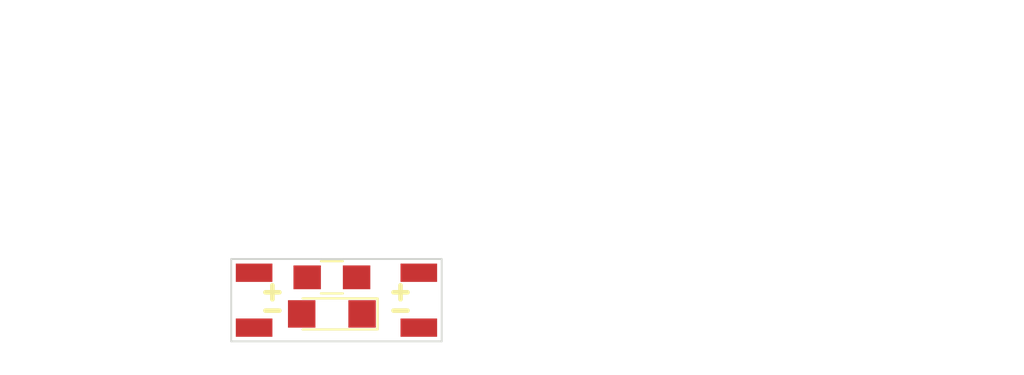
<source format=kicad_pcb>
(kicad_pcb (version 4) (host pcbnew 4.0.6)

  (general
    (links 5)
    (no_connects 5)
    (area 146.449999 74.699999 158.050001 79.300001)
    (thickness 1.6)
    (drawings 29)
    (tracks 0)
    (zones 0)
    (modules 6)
    (nets 4)
  )

  (page A4)
  (layers
    (0 F.Cu signal)
    (31 B.Cu signal)
    (32 B.Adhes user)
    (33 F.Adhes user)
    (34 B.Paste user)
    (35 F.Paste user)
    (36 B.SilkS user)
    (37 F.SilkS user)
    (38 B.Mask user)
    (39 F.Mask user)
    (40 Dwgs.User user)
    (41 Cmts.User user)
    (42 Eco1.User user)
    (43 Eco2.User user hide)
    (44 Edge.Cuts user)
    (45 Margin user)
    (46 B.CrtYd user hide)
    (47 F.CrtYd user)
    (48 B.Fab user)
    (49 F.Fab user hide)
  )

  (setup
    (last_trace_width 0.25)
    (user_trace_width 0.254)
    (user_trace_width 0.3048)
    (user_trace_width 0.4064)
    (user_trace_width 0.6096)
    (trace_clearance 0.2)
    (zone_clearance 0.508)
    (zone_45_only no)
    (trace_min 0.2)
    (segment_width 0.2)
    (edge_width 0.1)
    (via_size 0.6)
    (via_drill 0.4)
    (via_min_size 0.4)
    (via_min_drill 0.3)
    (uvia_size 0.3)
    (uvia_drill 0.1)
    (uvias_allowed no)
    (uvia_min_size 0.2)
    (uvia_min_drill 0.1)
    (pcb_text_width 0.3)
    (pcb_text_size 1.5 1.5)
    (mod_edge_width 0.15)
    (mod_text_size 1 1)
    (mod_text_width 0.15)
    (pad_size 4.8768 4.8768)
    (pad_drill 4.8768)
    (pad_to_mask_clearance 0)
    (aux_axis_origin 0 0)
    (visible_elements 7FFFFFFF)
    (pcbplotparams
      (layerselection 0x010f0_80000001)
      (usegerberextensions false)
      (excludeedgelayer true)
      (linewidth 0.100000)
      (plotframeref false)
      (viasonmask false)
      (mode 1)
      (useauxorigin false)
      (hpglpennumber 1)
      (hpglpenspeed 20)
      (hpglpendiameter 15)
      (hpglpenoverlay 2)
      (psnegative false)
      (psa4output false)
      (plotreference true)
      (plotvalue true)
      (plotinvisibletext false)
      (padsonsilk false)
      (subtractmaskfromsilk false)
      (outputformat 1)
      (mirror false)
      (drillshape 0)
      (scaleselection 1)
      (outputdirectory gerber/))
  )

  (net 0 "")
  (net 1 "Net-(D2-Pad2)")
  (net 2 "Net-(D2-Pad1)")
  (net 3 "Net-(P1-Pad1)")

  (net_class Default "This is the default net class."
    (clearance 0.2)
    (trace_width 0.25)
    (via_dia 0.6)
    (via_drill 0.4)
    (uvia_dia 0.3)
    (uvia_drill 0.1)
    (add_net "Net-(D2-Pad1)")
    (add_net "Net-(D2-Pad2)")
    (add_net "Net-(P1-Pad1)")
  )

  (module beetje_footprints:Pad_solder (layer F.Cu) (tedit 5E9E38C8) (tstamp 5E9DF6FB)
    (at 156.75 78.5)
    (descr "Through hole straight pin header, 1x01, 2.00mm pitch, single row")
    (tags "Through hole pin header THT 1x01 2.00mm single row")
    (path /56AD9780)
    (fp_text reference P4 (at 0 -0.508) (layer F.SilkS) hide
      (effects (font (size 0.5 0.5) (thickness 0.125)))
    )
    (fp_text value Pad (at 0 0) (layer F.Fab) hide
      (effects (font (size 0.2 0.2) (thickness 0.05)))
    )
    (fp_line (start -1.5 -1.5) (end -1.5 1.5) (layer F.CrtYd) (width 0.05))
    (fp_line (start -1.5 1.5) (end 1.5 1.5) (layer F.CrtYd) (width 0.05))
    (fp_line (start 1.5 1.5) (end 1.5 -1.5) (layer F.CrtYd) (width 0.05))
    (fp_line (start 1.5 -1.5) (end -1.5 -1.5) (layer F.CrtYd) (width 0.05))
    (fp_text user P1 (at 0 -0.508) (layer F.Fab)
      (effects (font (size 0.5 0.5) (thickness 0.125)))
    )
    (pad 1 smd rect (at 0 0) (size 2 1) (layers F.Cu F.Paste F.Mask)
      (net 2 "Net-(D2-Pad1)"))
    (model ${KISYS3DMOD}/Pin_Headers.3dshapes/Pin_Header_Straight_1x01_Pitch2.00mm.wrl
      (at (xyz 0 0 0))
      (scale (xyz 1 1 1))
      (rotate (xyz 0 0 0))
    )
  )

  (module beetje_footprints:Pad_solder (layer F.Cu) (tedit 5E9E38BB) (tstamp 5E9DF6D1)
    (at 156.75 75.5)
    (descr "Through hole straight pin header, 1x01, 2.00mm pitch, single row")
    (tags "Through hole pin header THT 1x01 2.00mm single row")
    (path /566DEFA7)
    (fp_text reference P2 (at 0 -0.508) (layer F.SilkS) hide
      (effects (font (size 0.5 0.5) (thickness 0.125)))
    )
    (fp_text value Pad (at 0 0) (layer F.Fab) hide
      (effects (font (size 0.2 0.2) (thickness 0.05)))
    )
    (fp_line (start -1.5 -1.5) (end -1.5 1.5) (layer F.CrtYd) (width 0.05))
    (fp_line (start -1.5 1.5) (end 1.5 1.5) (layer F.CrtYd) (width 0.05))
    (fp_line (start 1.5 1.5) (end 1.5 -1.5) (layer F.CrtYd) (width 0.05))
    (fp_line (start 1.5 -1.5) (end -1.5 -1.5) (layer F.CrtYd) (width 0.05))
    (fp_text user P1 (at 0 -0.508) (layer F.Fab)
      (effects (font (size 0.5 0.5) (thickness 0.125)))
    )
    (pad 1 smd rect (at 0 0) (size 2 1) (layers F.Cu F.Paste F.Mask)
      (net 3 "Net-(P1-Pad1)"))
    (model ${KISYS3DMOD}/Pin_Headers.3dshapes/Pin_Header_Straight_1x01_Pitch2.00mm.wrl
      (at (xyz 0 0 0))
      (scale (xyz 1 1 1))
      (rotate (xyz 0 0 0))
    )
  )

  (module beetje_footprints:Pad_solder (layer F.Cu) (tedit 5E9E38AD) (tstamp 5E9DF6E6)
    (at 147.75 78.5)
    (descr "Through hole straight pin header, 1x01, 2.00mm pitch, single row")
    (tags "Through hole pin header THT 1x01 2.00mm single row")
    (path /56AD975B)
    (fp_text reference P3 (at 0 -0.508) (layer F.SilkS) hide
      (effects (font (size 0.5 0.5) (thickness 0.125)))
    )
    (fp_text value Pad (at 0 0) (layer F.Fab) hide
      (effects (font (size 0.2 0.2) (thickness 0.05)))
    )
    (fp_line (start -1.5 -1.5) (end -1.5 1.5) (layer F.CrtYd) (width 0.05))
    (fp_line (start -1.5 1.5) (end 1.5 1.5) (layer F.CrtYd) (width 0.05))
    (fp_line (start 1.5 1.5) (end 1.5 -1.5) (layer F.CrtYd) (width 0.05))
    (fp_line (start 1.5 -1.5) (end -1.5 -1.5) (layer F.CrtYd) (width 0.05))
    (fp_text user P1 (at 0 -0.508) (layer F.Fab)
      (effects (font (size 0.5 0.5) (thickness 0.125)))
    )
    (pad 1 smd rect (at 0 0) (size 2 1) (layers F.Cu F.Paste F.Mask)
      (net 2 "Net-(D2-Pad1)"))
    (model ${KISYS3DMOD}/Pin_Headers.3dshapes/Pin_Header_Straight_1x01_Pitch2.00mm.wrl
      (at (xyz 0 0 0))
      (scale (xyz 1 1 1))
      (rotate (xyz 0 0 0))
    )
  )

  (module beetje_footprints:Pad_solder (layer F.Cu) (tedit 5E9E3883) (tstamp 5E9DF6BC)
    (at 147.75 75.5)
    (descr "Through hole straight pin header, 1x01, 2.00mm pitch, single row")
    (tags "Through hole pin header THT 1x01 2.00mm single row")
    (path /56AD93F6)
    (fp_text reference P1 (at 0 -0.508) (layer F.SilkS) hide
      (effects (font (size 0.5 0.5) (thickness 0.125)))
    )
    (fp_text value Pad (at 0 0) (layer F.Fab) hide
      (effects (font (size 0.2 0.2) (thickness 0.05)))
    )
    (fp_line (start -1.5 -1.5) (end -1.5 1.5) (layer F.CrtYd) (width 0.05))
    (fp_line (start -1.5 1.5) (end 1.5 1.5) (layer F.CrtYd) (width 0.05))
    (fp_line (start 1.5 1.5) (end 1.5 -1.5) (layer F.CrtYd) (width 0.05))
    (fp_line (start 1.5 -1.5) (end -1.5 -1.5) (layer F.CrtYd) (width 0.05))
    (fp_text user P1 (at 0 -0.508) (layer F.Fab)
      (effects (font (size 0.5 0.5) (thickness 0.125)))
    )
    (pad 1 smd rect (at 0 0) (size 2 1) (layers F.Cu F.Paste F.Mask)
      (net 3 "Net-(P1-Pad1)"))
    (model ${KISYS3DMOD}/Pin_Headers.3dshapes/Pin_Header_Straight_1x01_Pitch2.00mm.wrl
      (at (xyz 0 0 0))
      (scale (xyz 1 1 1))
      (rotate (xyz 0 0 0))
    )
  )

  (module Resistors_SMD:R_0805_HandSoldering (layer F.Cu) (tedit 5E9E1DD8) (tstamp 5E9DF70C)
    (at 152 75.75 180)
    (descr "Resistor SMD 0805, hand soldering")
    (tags "resistor 0805")
    (path /5E9DF5E1)
    (attr smd)
    (fp_text reference R2 (at -3 0.25 180) (layer F.SilkS) hide
      (effects (font (size 1 1) (thickness 0.15)))
    )
    (fp_text value R (at 0 1.75 180) (layer F.Fab)
      (effects (font (size 1 1) (thickness 0.15)))
    )
    (fp_text user %R (at 0 0 180) (layer F.Fab)
      (effects (font (size 0.5 0.5) (thickness 0.075)))
    )
    (fp_line (start -1 0.62) (end -1 -0.62) (layer F.Fab) (width 0.1))
    (fp_line (start 1 0.62) (end -1 0.62) (layer F.Fab) (width 0.1))
    (fp_line (start 1 -0.62) (end 1 0.62) (layer F.Fab) (width 0.1))
    (fp_line (start -1 -0.62) (end 1 -0.62) (layer F.Fab) (width 0.1))
    (fp_line (start 0.6 0.88) (end -0.6 0.88) (layer F.SilkS) (width 0.12))
    (fp_line (start -0.6 -0.88) (end 0.6 -0.88) (layer F.SilkS) (width 0.12))
    (fp_line (start -2.35 -0.9) (end 2.35 -0.9) (layer F.CrtYd) (width 0.05))
    (fp_line (start -2.35 -0.9) (end -2.35 0.9) (layer F.CrtYd) (width 0.05))
    (fp_line (start 2.35 0.9) (end 2.35 -0.9) (layer F.CrtYd) (width 0.05))
    (fp_line (start 2.35 0.9) (end -2.35 0.9) (layer F.CrtYd) (width 0.05))
    (pad 1 smd rect (at -1.35 0 180) (size 1.5 1.3) (layers F.Cu F.Paste F.Mask)
      (net 1 "Net-(D2-Pad2)"))
    (pad 2 smd rect (at 1.35 0 180) (size 1.5 1.3) (layers F.Cu F.Paste F.Mask)
      (net 3 "Net-(P1-Pad1)"))
    (model ${KISYS3DMOD}/Resistors_SMD.3dshapes/R_0805.wrl
      (at (xyz 0 0 0))
      (scale (xyz 1 1 1))
      (rotate (xyz 0 0 0))
    )
  )

  (module LEDs:LED_1206 (layer F.Cu) (tedit 5E9E1DCA) (tstamp 5E9DF6A7)
    (at 152 77.75 180)
    (descr "LED 1206 smd package")
    (tags "LED led 1206 SMD smd SMT smt smdled SMDLED smtled SMTLED")
    (path /566E0899)
    (attr smd)
    (fp_text reference D2 (at -3.5 0 180) (layer F.SilkS) hide
      (effects (font (size 1 1) (thickness 0.15)))
    )
    (fp_text value LED (at 0 1.7 180) (layer F.Fab)
      (effects (font (size 1 1) (thickness 0.15)))
    )
    (fp_line (start -2.5 -0.85) (end -2.5 0.85) (layer F.SilkS) (width 0.12))
    (fp_line (start -0.45 -0.4) (end -0.45 0.4) (layer F.Fab) (width 0.1))
    (fp_line (start -0.4 0) (end 0.2 -0.4) (layer F.Fab) (width 0.1))
    (fp_line (start 0.2 0.4) (end -0.4 0) (layer F.Fab) (width 0.1))
    (fp_line (start 0.2 -0.4) (end 0.2 0.4) (layer F.Fab) (width 0.1))
    (fp_line (start 1.6 0.8) (end -1.6 0.8) (layer F.Fab) (width 0.1))
    (fp_line (start 1.6 -0.8) (end 1.6 0.8) (layer F.Fab) (width 0.1))
    (fp_line (start -1.6 -0.8) (end 1.6 -0.8) (layer F.Fab) (width 0.1))
    (fp_line (start -1.6 0.8) (end -1.6 -0.8) (layer F.Fab) (width 0.1))
    (fp_line (start -2.45 0.85) (end 1.6 0.85) (layer F.SilkS) (width 0.12))
    (fp_line (start -2.45 -0.85) (end 1.6 -0.85) (layer F.SilkS) (width 0.12))
    (fp_line (start 2.65 -1) (end 2.65 1) (layer F.CrtYd) (width 0.05))
    (fp_line (start 2.65 1) (end -2.65 1) (layer F.CrtYd) (width 0.05))
    (fp_line (start -2.65 1) (end -2.65 -1) (layer F.CrtYd) (width 0.05))
    (fp_line (start -2.65 -1) (end 2.65 -1) (layer F.CrtYd) (width 0.05))
    (pad 2 smd rect (at 1.65 0) (size 1.5 1.5) (layers F.Cu F.Paste F.Mask)
      (net 1 "Net-(D2-Pad2)"))
    (pad 1 smd rect (at -1.65 0) (size 1.5 1.5) (layers F.Cu F.Paste F.Mask)
      (net 2 "Net-(D2-Pad1)"))
    (model ${KISYS3DMOD}/LEDs.3dshapes/LED_1206.wrl
      (at (xyz 0 0 0))
      (scale (xyz 1 1 1))
      (rotate (xyz 0 0 180))
    )
  )

  (gr_text "min size 0.25\" x 0.25\"" (at 176.25 62) (layer Dwgs.User)
    (effects (font (size 1.5 1.5) (thickness 0.3)))
  )
  (dimension 4.5 (width 0.3) (layer Dwgs.User)
    (gr_text "0.1772 in" (at 165.1 77 90) (layer Dwgs.User)
      (effects (font (size 1.5 1.5) (thickness 0.3)))
    )
    (feature1 (pts (xy 158 74.75) (xy 166.45 74.75)))
    (feature2 (pts (xy 158 79.25) (xy 166.45 79.25)))
    (crossbar (pts (xy 163.75 79.25) (xy 163.75 74.75)))
    (arrow1a (pts (xy 163.75 74.75) (xy 164.336421 75.876504)))
    (arrow1b (pts (xy 163.75 74.75) (xy 163.163579 75.876504)))
    (arrow2a (pts (xy 163.75 79.25) (xy 164.336421 78.123496)))
    (arrow2b (pts (xy 163.75 79.25) (xy 163.163579 78.123496)))
  )
  (dimension 4.5 (width 0.3) (layer Dwgs.User)
    (gr_text "4.500 mm" (at 140.15 77 270) (layer Dwgs.User)
      (effects (font (size 1.5 1.5) (thickness 0.3)))
    )
    (feature1 (pts (xy 146.5 79.25) (xy 138.8 79.25)))
    (feature2 (pts (xy 146.5 74.75) (xy 138.8 74.75)))
    (crossbar (pts (xy 141.5 74.75) (xy 141.5 79.25)))
    (arrow1a (pts (xy 141.5 79.25) (xy 140.913579 78.123496)))
    (arrow1b (pts (xy 141.5 79.25) (xy 142.086421 78.123496)))
    (arrow2a (pts (xy 141.5 74.75) (xy 140.913579 75.876504)))
    (arrow2b (pts (xy 141.5 74.75) (xy 142.086421 75.876504)))
  )
  (dimension 11.5 (width 0.3) (layer Dwgs.User)
    (gr_text "11.500 mm" (at 152.25 69.65) (layer Dwgs.User)
      (effects (font (size 1.5 1.5) (thickness 0.3)))
    )
    (feature1 (pts (xy 158 74.75) (xy 158 68.3)))
    (feature2 (pts (xy 146.5 74.75) (xy 146.5 68.3)))
    (crossbar (pts (xy 146.5 71) (xy 158 71)))
    (arrow1a (pts (xy 158 71) (xy 156.873496 71.586421)))
    (arrow1b (pts (xy 158 71) (xy 156.873496 70.413579)))
    (arrow2a (pts (xy 146.5 71) (xy 147.626504 71.586421)))
    (arrow2b (pts (xy 146.5 71) (xy 147.626504 70.413579)))
  )
  (gr_line (start 146.5 79.25) (end 146.5 74.75) (angle 90) (layer Edge.Cuts) (width 0.1))
  (gr_line (start 158 79.25) (end 146.5 79.25) (angle 90) (layer Edge.Cuts) (width 0.1))
  (gr_line (start 158 74.75) (end 158 79.25) (angle 90) (layer Edge.Cuts) (width 0.1))
  (gr_line (start 146.5 74.75) (end 158 74.75) (angle 90) (layer Edge.Cuts) (width 0.1))
  (gr_line (start 145.5 79.5) (end 145.5 74.5) (angle 90) (layer Dwgs.User) (width 0.2))
  (gr_line (start 158.5 79.5) (end 145.5 79.5) (angle 90) (layer Dwgs.User) (width 0.2))
  (gr_line (start 158.5 74.5) (end 158.5 79.5) (angle 90) (layer Dwgs.User) (width 0.2))
  (gr_line (start 148 76) (end 148 78) (angle 90) (layer Dwgs.User) (width 0.2))
  (gr_line (start 145.5 74.5) (end 158.5 74.5) (angle 90) (layer Dwgs.User) (width 0.2))
  (gr_line (start 144 81) (end 144 73) (angle 90) (layer Dwgs.User) (width 0.2))
  (gr_line (start 160 81) (end 144 81) (angle 90) (layer Dwgs.User) (width 0.2))
  (gr_line (start 160 73) (end 160 81) (angle 90) (layer Dwgs.User) (width 0.2))
  (gr_line (start 144 73) (end 160 73) (angle 90) (layer Dwgs.User) (width 0.2))
  (gr_text + (at 155.75 76.5) (layer F.SilkS)
    (effects (font (size 1 1) (thickness 0.25)))
  )
  (gr_text - (at 155.75 77.5) (layer F.SilkS)
    (effects (font (size 1 1) (thickness 0.25)))
  )
  (gr_text - (at 148.75 77.5) (layer F.SilkS)
    (effects (font (size 1 1) (thickness 0.25)))
  )
  (gr_text + (at 148.75 76.5) (layer F.SilkS)
    (effects (font (size 1 1) (thickness 0.25)))
  )
  (gr_line (start 156 79) (end 152 79) (angle 90) (layer Dwgs.User) (width 0.2))
  (gr_line (start 156 75) (end 156 79) (angle 90) (layer Dwgs.User) (width 0.2))
  (gr_line (start 155 75) (end 156 75) (angle 90) (layer Dwgs.User) (width 0.2))
  (gr_line (start 152 75) (end 155 75) (angle 90) (layer Dwgs.User) (width 0.2))
  (gr_line (start 148 79) (end 148 75) (angle 90) (layer Dwgs.User) (width 0.2))
  (gr_line (start 152 79) (end 148 79) (angle 90) (layer Dwgs.User) (width 0.2))
  (gr_line (start 152 75) (end 152 79) (angle 90) (layer Dwgs.User) (width 0.2))
  (gr_line (start 148 75) (end 152 75) (angle 90) (layer Dwgs.User) (width 0.2))

)

</source>
